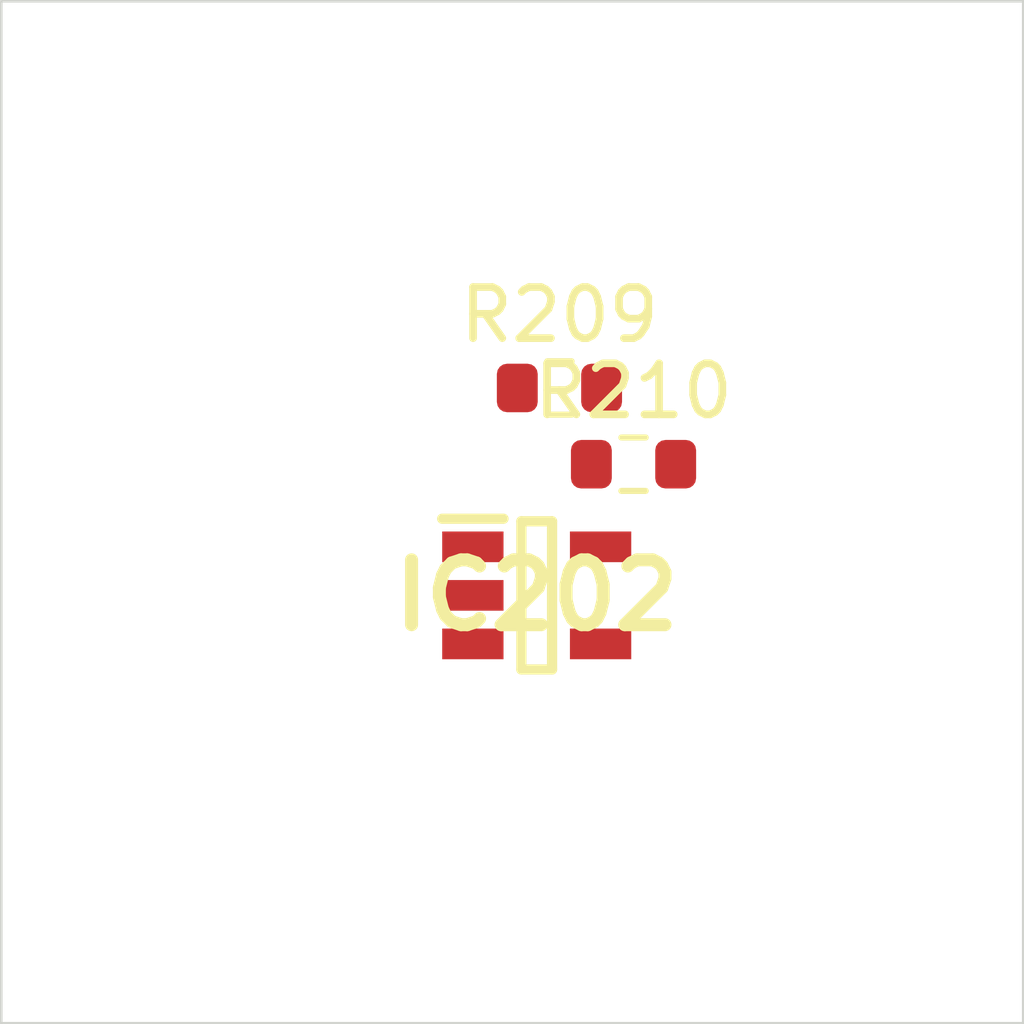
<source format=kicad_pcb>
 ( kicad_pcb  ( version 20171130 )
 ( host pcbnew 5.1.12-84ad8e8a86~92~ubuntu18.04.1 )
 ( general  ( thickness 1.6 )
 ( drawings 4 )
 ( tracks 0 )
 ( zones 0 )
 ( modules 3 )
 ( nets 5 )
)
 ( page A4 )
 ( layers  ( 0 F.Cu signal )
 ( 31 B.Cu signal )
 ( 32 B.Adhes user )
 ( 33 F.Adhes user )
 ( 34 B.Paste user )
 ( 35 F.Paste user )
 ( 36 B.SilkS user )
 ( 37 F.SilkS user )
 ( 38 B.Mask user )
 ( 39 F.Mask user )
 ( 40 Dwgs.User user )
 ( 41 Cmts.User user )
 ( 42 Eco1.User user )
 ( 43 Eco2.User user )
 ( 44 Edge.Cuts user )
 ( 45 Margin user )
 ( 46 B.CrtYd user )
 ( 47 F.CrtYd user )
 ( 48 B.Fab user )
 ( 49 F.Fab user )
)
 ( setup  ( last_trace_width 0.25 )
 ( trace_clearance 0.2 )
 ( zone_clearance 0.508 )
 ( zone_45_only no )
 ( trace_min 0.2 )
 ( via_size 0.8 )
 ( via_drill 0.4 )
 ( via_min_size 0.4 )
 ( via_min_drill 0.3 )
 ( uvia_size 0.3 )
 ( uvia_drill 0.1 )
 ( uvias_allowed no )
 ( uvia_min_size 0.2 )
 ( uvia_min_drill 0.1 )
 ( edge_width 0.05 )
 ( segment_width 0.2 )
 ( pcb_text_width 0.3 )
 ( pcb_text_size 1.5 1.5 )
 ( mod_edge_width 0.12 )
 ( mod_text_size 1 1 )
 ( mod_text_width 0.15 )
 ( pad_size 1.524 1.524 )
 ( pad_drill 0.762 )
 ( pad_to_mask_clearance 0 )
 ( aux_axis_origin 0 0 )
 ( visible_elements FFFFFF7F )
 ( pcbplotparams  ( layerselection 0x010fc_ffffffff )
 ( usegerberextensions false )
 ( usegerberattributes true )
 ( usegerberadvancedattributes true )
 ( creategerberjobfile true )
 ( excludeedgelayer true )
 ( linewidth 0.100000 )
 ( plotframeref false )
 ( viasonmask false )
 ( mode 1 )
 ( useauxorigin false )
 ( hpglpennumber 1 )
 ( hpglpenspeed 20 )
 ( hpglpendiameter 15.000000 )
 ( psnegative false )
 ( psa4output false )
 ( plotreference true )
 ( plotvalue true )
 ( plotinvisibletext false )
 ( padsonsilk false )
 ( subtractmaskfromsilk false )
 ( outputformat 1 )
 ( mirror false )
 ( drillshape 1 )
 ( scaleselection 1 )
 ( outputdirectory "" )
)
)
 ( net 0 "" )
 ( net 1 GND )
 ( net 2 VDDA )
 ( net 3 /Sheet6235D886/vp )
 ( net 4 "Net-(IC202-Pad3)" )
 ( net_class Default "This is the default net class."  ( clearance 0.2 )
 ( trace_width 0.25 )
 ( via_dia 0.8 )
 ( via_drill 0.4 )
 ( uvia_dia 0.3 )
 ( uvia_drill 0.1 )
 ( add_net /Sheet6235D886/vp )
 ( add_net GND )
 ( add_net "Net-(IC202-Pad3)" )
 ( add_net VDDA )
)
 ( module SOT95P280X145-5N locked  ( layer F.Cu )
 ( tedit 62336ED7 )
 ( tstamp 623423ED )
 ( at 90.479100 111.627000 )
 ( descr DBV0005A )
 ( tags "Integrated Circuit" )
 ( path /6235D887/6266C08E )
 ( attr smd )
 ( fp_text reference IC202  ( at 0 0 )
 ( layer F.SilkS )
 ( effects  ( font  ( size 1.27 1.27 )
 ( thickness 0.254 )
)
)
)
 ( fp_text value TL071HIDBVR  ( at 0 0 )
 ( layer F.SilkS )
hide  ( effects  ( font  ( size 1.27 1.27 )
 ( thickness 0.254 )
)
)
)
 ( fp_line  ( start -1.85 -1.5 )
 ( end -0.65 -1.5 )
 ( layer F.SilkS )
 ( width 0.2 )
)
 ( fp_line  ( start -0.3 1.45 )
 ( end -0.3 -1.45 )
 ( layer F.SilkS )
 ( width 0.2 )
)
 ( fp_line  ( start 0.3 1.45 )
 ( end -0.3 1.45 )
 ( layer F.SilkS )
 ( width 0.2 )
)
 ( fp_line  ( start 0.3 -1.45 )
 ( end 0.3 1.45 )
 ( layer F.SilkS )
 ( width 0.2 )
)
 ( fp_line  ( start -0.3 -1.45 )
 ( end 0.3 -1.45 )
 ( layer F.SilkS )
 ( width 0.2 )
)
 ( fp_line  ( start -0.8 -0.5 )
 ( end 0.15 -1.45 )
 ( layer Dwgs.User )
 ( width 0.1 )
)
 ( fp_line  ( start -0.8 1.45 )
 ( end -0.8 -1.45 )
 ( layer Dwgs.User )
 ( width 0.1 )
)
 ( fp_line  ( start 0.8 1.45 )
 ( end -0.8 1.45 )
 ( layer Dwgs.User )
 ( width 0.1 )
)
 ( fp_line  ( start 0.8 -1.45 )
 ( end 0.8 1.45 )
 ( layer Dwgs.User )
 ( width 0.1 )
)
 ( fp_line  ( start -0.8 -1.45 )
 ( end 0.8 -1.45 )
 ( layer Dwgs.User )
 ( width 0.1 )
)
 ( fp_line  ( start -2.1 1.775 )
 ( end -2.1 -1.775 )
 ( layer Dwgs.User )
 ( width 0.05 )
)
 ( fp_line  ( start 2.1 1.775 )
 ( end -2.1 1.775 )
 ( layer Dwgs.User )
 ( width 0.05 )
)
 ( fp_line  ( start 2.1 -1.775 )
 ( end 2.1 1.775 )
 ( layer Dwgs.User )
 ( width 0.05 )
)
 ( fp_line  ( start -2.1 -1.775 )
 ( end 2.1 -1.775 )
 ( layer Dwgs.User )
 ( width 0.05 )
)
 ( pad 1 smd rect  ( at -1.25 -0.95 90.000000 )
 ( size 0.6 1.2 )
 ( layers F.Cu F.Mask F.Paste )
 ( net 3 /Sheet6235D886/vp )
)
 ( pad 2 smd rect  ( at -1.25 0 90.000000 )
 ( size 0.6 1.2 )
 ( layers F.Cu F.Mask F.Paste )
 ( net 1 GND )
)
 ( pad 3 smd rect  ( at -1.25 0.95 90.000000 )
 ( size 0.6 1.2 )
 ( layers F.Cu F.Mask F.Paste )
 ( net 4 "Net-(IC202-Pad3)" )
)
 ( pad 4 smd rect  ( at 1.25 0.95 90.000000 )
 ( size 0.6 1.2 )
 ( layers F.Cu F.Mask F.Paste )
 ( net 3 /Sheet6235D886/vp )
)
 ( pad 5 smd rect  ( at 1.25 -0.95 90.000000 )
 ( size 0.6 1.2 )
 ( layers F.Cu F.Mask F.Paste )
 ( net 2 VDDA )
)
)
 ( module Resistor_SMD:R_0603_1608Metric  ( layer F.Cu )
 ( tedit 5F68FEEE )
 ( tstamp 62342595 )
 ( at 90.923900 107.568000 )
 ( descr "Resistor SMD 0603 (1608 Metric), square (rectangular) end terminal, IPC_7351 nominal, (Body size source: IPC-SM-782 page 72, https://www.pcb-3d.com/wordpress/wp-content/uploads/ipc-sm-782a_amendment_1_and_2.pdf), generated with kicad-footprint-generator" )
 ( tags resistor )
 ( path /6235D887/623CDBD9 )
 ( attr smd )
 ( fp_text reference R209  ( at 0 -1.43 )
 ( layer F.SilkS )
 ( effects  ( font  ( size 1 1 )
 ( thickness 0.15 )
)
)
)
 ( fp_text value 100k  ( at 0 1.43 )
 ( layer F.Fab )
 ( effects  ( font  ( size 1 1 )
 ( thickness 0.15 )
)
)
)
 ( fp_line  ( start -0.8 0.4125 )
 ( end -0.8 -0.4125 )
 ( layer F.Fab )
 ( width 0.1 )
)
 ( fp_line  ( start -0.8 -0.4125 )
 ( end 0.8 -0.4125 )
 ( layer F.Fab )
 ( width 0.1 )
)
 ( fp_line  ( start 0.8 -0.4125 )
 ( end 0.8 0.4125 )
 ( layer F.Fab )
 ( width 0.1 )
)
 ( fp_line  ( start 0.8 0.4125 )
 ( end -0.8 0.4125 )
 ( layer F.Fab )
 ( width 0.1 )
)
 ( fp_line  ( start -0.237258 -0.5225 )
 ( end 0.237258 -0.5225 )
 ( layer F.SilkS )
 ( width 0.12 )
)
 ( fp_line  ( start -0.237258 0.5225 )
 ( end 0.237258 0.5225 )
 ( layer F.SilkS )
 ( width 0.12 )
)
 ( fp_line  ( start -1.48 0.73 )
 ( end -1.48 -0.73 )
 ( layer F.CrtYd )
 ( width 0.05 )
)
 ( fp_line  ( start -1.48 -0.73 )
 ( end 1.48 -0.73 )
 ( layer F.CrtYd )
 ( width 0.05 )
)
 ( fp_line  ( start 1.48 -0.73 )
 ( end 1.48 0.73 )
 ( layer F.CrtYd )
 ( width 0.05 )
)
 ( fp_line  ( start 1.48 0.73 )
 ( end -1.48 0.73 )
 ( layer F.CrtYd )
 ( width 0.05 )
)
 ( fp_text user %R  ( at 0 0 )
 ( layer F.Fab )
 ( effects  ( font  ( size 0.4 0.4 )
 ( thickness 0.06 )
)
)
)
 ( pad 1 smd roundrect  ( at -0.825 0 )
 ( size 0.8 0.95 )
 ( layers F.Cu F.Mask F.Paste )
 ( roundrect_rratio 0.25 )
 ( net 2 VDDA )
)
 ( pad 2 smd roundrect  ( at 0.825 0 )
 ( size 0.8 0.95 )
 ( layers F.Cu F.Mask F.Paste )
 ( roundrect_rratio 0.25 )
 ( net 4 "Net-(IC202-Pad3)" )
)
 ( model ${KISYS3DMOD}/Resistor_SMD.3dshapes/R_0603_1608Metric.wrl  ( at  ( xyz 0 0 0 )
)
 ( scale  ( xyz 1 1 1 )
)
 ( rotate  ( xyz 0 0 0 )
)
)
)
 ( module Resistor_SMD:R_0603_1608Metric  ( layer F.Cu )
 ( tedit 5F68FEEE )
 ( tstamp 623425A6 )
 ( at 92.373600 109.060000 )
 ( descr "Resistor SMD 0603 (1608 Metric), square (rectangular) end terminal, IPC_7351 nominal, (Body size source: IPC-SM-782 page 72, https://www.pcb-3d.com/wordpress/wp-content/uploads/ipc-sm-782a_amendment_1_and_2.pdf), generated with kicad-footprint-generator" )
 ( tags resistor )
 ( path /6235D887/623CDBDF )
 ( attr smd )
 ( fp_text reference R210  ( at 0 -1.43 )
 ( layer F.SilkS )
 ( effects  ( font  ( size 1 1 )
 ( thickness 0.15 )
)
)
)
 ( fp_text value 100k  ( at 0 1.43 )
 ( layer F.Fab )
 ( effects  ( font  ( size 1 1 )
 ( thickness 0.15 )
)
)
)
 ( fp_line  ( start 1.48 0.73 )
 ( end -1.48 0.73 )
 ( layer F.CrtYd )
 ( width 0.05 )
)
 ( fp_line  ( start 1.48 -0.73 )
 ( end 1.48 0.73 )
 ( layer F.CrtYd )
 ( width 0.05 )
)
 ( fp_line  ( start -1.48 -0.73 )
 ( end 1.48 -0.73 )
 ( layer F.CrtYd )
 ( width 0.05 )
)
 ( fp_line  ( start -1.48 0.73 )
 ( end -1.48 -0.73 )
 ( layer F.CrtYd )
 ( width 0.05 )
)
 ( fp_line  ( start -0.237258 0.5225 )
 ( end 0.237258 0.5225 )
 ( layer F.SilkS )
 ( width 0.12 )
)
 ( fp_line  ( start -0.237258 -0.5225 )
 ( end 0.237258 -0.5225 )
 ( layer F.SilkS )
 ( width 0.12 )
)
 ( fp_line  ( start 0.8 0.4125 )
 ( end -0.8 0.4125 )
 ( layer F.Fab )
 ( width 0.1 )
)
 ( fp_line  ( start 0.8 -0.4125 )
 ( end 0.8 0.4125 )
 ( layer F.Fab )
 ( width 0.1 )
)
 ( fp_line  ( start -0.8 -0.4125 )
 ( end 0.8 -0.4125 )
 ( layer F.Fab )
 ( width 0.1 )
)
 ( fp_line  ( start -0.8 0.4125 )
 ( end -0.8 -0.4125 )
 ( layer F.Fab )
 ( width 0.1 )
)
 ( fp_text user %R  ( at 0 0 )
 ( layer F.Fab )
 ( effects  ( font  ( size 0.4 0.4 )
 ( thickness 0.06 )
)
)
)
 ( pad 2 smd roundrect  ( at 0.825 0 )
 ( size 0.8 0.95 )
 ( layers F.Cu F.Mask F.Paste )
 ( roundrect_rratio 0.25 )
 ( net 1 GND )
)
 ( pad 1 smd roundrect  ( at -0.825 0 )
 ( size 0.8 0.95 )
 ( layers F.Cu F.Mask F.Paste )
 ( roundrect_rratio 0.25 )
 ( net 4 "Net-(IC202-Pad3)" )
)
 ( model ${KISYS3DMOD}/Resistor_SMD.3dshapes/R_0603_1608Metric.wrl  ( at  ( xyz 0 0 0 )
)
 ( scale  ( xyz 1 1 1 )
)
 ( rotate  ( xyz 0 0 0 )
)
)
)
 ( gr_line  ( start 100 100 )
 ( end 100 120 )
 ( layer Edge.Cuts )
 ( width 0.05 )
 ( tstamp 62E770C4 )
)
 ( gr_line  ( start 80 120 )
 ( end 100 120 )
 ( layer Edge.Cuts )
 ( width 0.05 )
 ( tstamp 62E770C0 )
)
 ( gr_line  ( start 80 100 )
 ( end 100 100 )
 ( layer Edge.Cuts )
 ( width 0.05 )
 ( tstamp 6234110C )
)
 ( gr_line  ( start 80 100 )
 ( end 80 120 )
 ( layer Edge.Cuts )
 ( width 0.05 )
)
)

</source>
